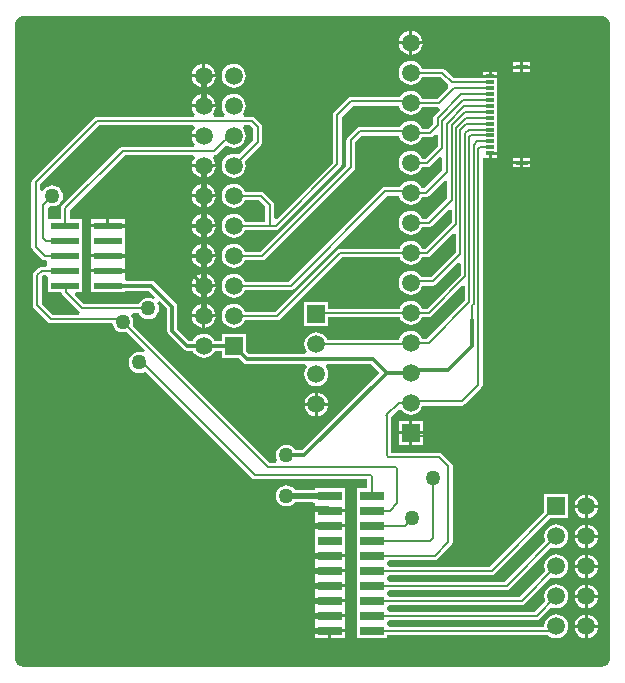
<source format=gtl>
G04*
G04 #@! TF.GenerationSoftware,Altium Limited,Altium Designer,19.0.10 (269)*
G04*
G04 Layer_Physical_Order=1*
G04 Layer_Color=255*
%FSLAX25Y25*%
%MOIN*%
G70*
G01*
G75*
%ADD14C,0.00800*%
%ADD15R,0.08071X0.02992*%
%ADD16R,0.09449X0.02362*%
%ADD17R,0.02756X0.01181*%
%ADD18R,0.03937X0.01181*%
%ADD25C,0.01200*%
%ADD26C,0.02000*%
%ADD27C,0.05906*%
%ADD28R,0.05906X0.05906*%
%ADD29C,0.05000*%
G36*
X693364Y495347D02*
X693902Y495124D01*
X694387Y494800D01*
X694800Y494387D01*
X695124Y493902D01*
X695347Y493364D01*
X695461Y492792D01*
Y492500D01*
Y281500D01*
Y281208D01*
X695347Y280636D01*
X695124Y280098D01*
X694800Y279613D01*
X694387Y279200D01*
X693902Y278876D01*
X693364Y278653D01*
X692792Y278539D01*
X499708D01*
X499136Y278653D01*
X498597Y278876D01*
X498113Y279200D01*
X497700Y279613D01*
X497376Y280098D01*
X497153Y280636D01*
X497039Y281208D01*
Y281500D01*
Y492500D01*
Y492792D01*
X497153Y493364D01*
X497376Y493902D01*
X497700Y494387D01*
X498113Y494800D01*
X498597Y495124D01*
X499136Y495347D01*
X499708Y495461D01*
X692792D01*
X693364Y495347D01*
D02*
G37*
%LPC*%
G36*
X629500Y490421D02*
Y487000D01*
X632921D01*
X632851Y487532D01*
X632453Y488493D01*
X631819Y489319D01*
X630993Y489953D01*
X630032Y490351D01*
X629500Y490421D01*
D02*
G37*
G36*
X628500D02*
X627968Y490351D01*
X627007Y489953D01*
X626181Y489319D01*
X625547Y488493D01*
X625149Y487532D01*
X625079Y487000D01*
X628500D01*
Y490421D01*
D02*
G37*
G36*
X632921Y486000D02*
X629500D01*
Y482579D01*
X630032Y482649D01*
X630993Y483047D01*
X631819Y483681D01*
X632453Y484507D01*
X632851Y485468D01*
X632921Y486000D01*
D02*
G37*
G36*
X628500D02*
X625079D01*
X625149Y485468D01*
X625547Y484507D01*
X626181Y483681D01*
X627007Y483047D01*
X627968Y482649D01*
X628500Y482579D01*
Y486000D01*
D02*
G37*
G36*
X668902Y480012D02*
X666433D01*
Y478921D01*
X668902D01*
Y480012D01*
D02*
G37*
G36*
X665433D02*
X662965D01*
Y478921D01*
X665433D01*
Y480012D01*
D02*
G37*
G36*
X668902Y477921D02*
X666433D01*
Y476831D01*
X668902D01*
Y477921D01*
D02*
G37*
G36*
X665433D02*
X662965D01*
Y476831D01*
X665433D01*
Y477921D01*
D02*
G37*
G36*
X560500Y479421D02*
Y476000D01*
X563921D01*
X563851Y476532D01*
X563453Y477493D01*
X562819Y478319D01*
X561993Y478953D01*
X561032Y479351D01*
X560500Y479421D01*
D02*
G37*
G36*
X559500D02*
X558968Y479351D01*
X558007Y478953D01*
X557181Y478319D01*
X556547Y477493D01*
X556149Y476532D01*
X556079Y476000D01*
X559500D01*
Y479421D01*
D02*
G37*
G36*
X657878Y476902D02*
X656000D01*
Y475811D01*
X657878D01*
Y476902D01*
D02*
G37*
G36*
X655000D02*
X653122D01*
Y475811D01*
X655000D01*
Y476902D01*
D02*
G37*
G36*
X563921Y475000D02*
X560500D01*
Y471579D01*
X561032Y471649D01*
X561993Y472047D01*
X562819Y472681D01*
X563453Y473507D01*
X563851Y474468D01*
X563921Y475000D01*
D02*
G37*
G36*
X559500D02*
X556079D01*
X556149Y474468D01*
X556547Y473507D01*
X557181Y472681D01*
X558007Y472047D01*
X558968Y471649D01*
X559500Y471579D01*
Y475000D01*
D02*
G37*
G36*
X570000Y479487D02*
X568968Y479351D01*
X568007Y478953D01*
X567181Y478319D01*
X566547Y477493D01*
X566149Y476532D01*
X566013Y475500D01*
X566149Y474468D01*
X566547Y473507D01*
X567181Y472681D01*
X568007Y472047D01*
X568968Y471649D01*
X570000Y471513D01*
X571032Y471649D01*
X571993Y472047D01*
X572819Y472681D01*
X573453Y473507D01*
X573851Y474468D01*
X573987Y475500D01*
X573851Y476532D01*
X573453Y477493D01*
X572819Y478319D01*
X571993Y478953D01*
X571032Y479351D01*
X570000Y479487D01*
D02*
G37*
G36*
X629000Y480487D02*
X627968Y480351D01*
X627007Y479953D01*
X626181Y479319D01*
X625547Y478493D01*
X625149Y477532D01*
X625013Y476500D01*
X625149Y475468D01*
X625547Y474507D01*
X626181Y473681D01*
X627007Y473047D01*
X627968Y472649D01*
X629000Y472513D01*
X630032Y472649D01*
X630993Y473047D01*
X631819Y473681D01*
X632453Y474507D01*
X632687Y475073D01*
X638909D01*
X641274Y472707D01*
X641412Y471431D01*
X637909Y467927D01*
X632687D01*
X632453Y468493D01*
X631819Y469319D01*
X630993Y469953D01*
X630032Y470351D01*
X629000Y470487D01*
X627968Y470351D01*
X627007Y469953D01*
X626181Y469319D01*
X625547Y468493D01*
X625520Y468427D01*
X609000D01*
X609000Y468427D01*
X608454Y468319D01*
X607991Y468009D01*
X607991Y468009D01*
X603491Y463509D01*
X603181Y463046D01*
X603073Y462500D01*
X603073Y462500D01*
Y446591D01*
X584351Y427870D01*
X583427Y428253D01*
Y432500D01*
X583427Y432500D01*
X583319Y433046D01*
X583009Y433509D01*
X583009Y433509D01*
X580009Y436509D01*
X579546Y436819D01*
X579000Y436927D01*
X579000Y436927D01*
X573687D01*
X573453Y437493D01*
X572819Y438319D01*
X571993Y438953D01*
X571032Y439351D01*
X570000Y439487D01*
X568968Y439351D01*
X568007Y438953D01*
X567181Y438319D01*
X566547Y437493D01*
X566149Y436532D01*
X566013Y435500D01*
X566149Y434468D01*
X566547Y433507D01*
X567181Y432681D01*
X568007Y432047D01*
X568968Y431649D01*
X570000Y431513D01*
X571032Y431649D01*
X571993Y432047D01*
X572819Y432681D01*
X573453Y433507D01*
X573687Y434073D01*
X578409D01*
X580573Y431909D01*
Y426927D01*
X573687D01*
X573453Y427493D01*
X572819Y428319D01*
X571993Y428953D01*
X571032Y429351D01*
X570000Y429487D01*
X568968Y429351D01*
X568007Y428953D01*
X567181Y428319D01*
X566547Y427493D01*
X566149Y426532D01*
X566013Y425500D01*
X566149Y424468D01*
X566547Y423507D01*
X567181Y422681D01*
X568007Y422047D01*
X568968Y421649D01*
X570000Y421513D01*
X571032Y421649D01*
X571993Y422047D01*
X572819Y422681D01*
X573453Y423507D01*
X573687Y424073D01*
X584000D01*
X584000Y424073D01*
X584546Y424181D01*
X585009Y424491D01*
X605509Y444991D01*
X605509Y444991D01*
X605819Y445454D01*
X605927Y446000D01*
X605927Y446000D01*
Y461909D01*
X609591Y465573D01*
X625135D01*
X625149Y465468D01*
X625547Y464507D01*
X626181Y463681D01*
X627007Y463047D01*
X627968Y462649D01*
X629000Y462513D01*
X630032Y462649D01*
X630993Y463047D01*
X631819Y463681D01*
X632453Y464507D01*
X632687Y465073D01*
X638140D01*
X638592Y464111D01*
X636991Y462509D01*
X636681Y462046D01*
X636573Y461500D01*
X636573Y461500D01*
Y459591D01*
X634909Y457927D01*
X632687D01*
X632453Y458493D01*
X631819Y459319D01*
X630993Y459953D01*
X630032Y460351D01*
X629000Y460487D01*
X627968Y460351D01*
X627007Y459953D01*
X626181Y459319D01*
X625547Y458493D01*
X625520Y458427D01*
X612000D01*
X612000Y458427D01*
X611454Y458319D01*
X610991Y458009D01*
X610991Y458009D01*
X607991Y455009D01*
X607681Y454546D01*
X607573Y454000D01*
X607573Y454000D01*
Y445591D01*
X578909Y416927D01*
X573687D01*
X573453Y417493D01*
X572819Y418319D01*
X571993Y418953D01*
X571032Y419351D01*
X570000Y419487D01*
X568968Y419351D01*
X568007Y418953D01*
X567181Y418319D01*
X566547Y417493D01*
X566149Y416532D01*
X566013Y415500D01*
X566149Y414468D01*
X566547Y413507D01*
X567181Y412681D01*
X568007Y412047D01*
X568968Y411649D01*
X570000Y411513D01*
X571032Y411649D01*
X571993Y412047D01*
X572819Y412681D01*
X573453Y413507D01*
X573687Y414073D01*
X579500D01*
X579500Y414073D01*
X580046Y414181D01*
X580509Y414491D01*
X610009Y443991D01*
X610319Y444454D01*
X610427Y445000D01*
X610427Y445000D01*
Y453409D01*
X612591Y455573D01*
X625135D01*
X625149Y455468D01*
X625547Y454507D01*
X626181Y453681D01*
X627007Y453047D01*
X627968Y452649D01*
X629000Y452513D01*
X630032Y452649D01*
X630993Y453047D01*
X631819Y453681D01*
X632453Y454507D01*
X632687Y455073D01*
X635500D01*
X635500Y455073D01*
X636046Y455181D01*
X636509Y455491D01*
X637149Y456130D01*
X638073Y455747D01*
Y452091D01*
X633909Y447927D01*
X632687D01*
X632453Y448493D01*
X631819Y449319D01*
X630993Y449953D01*
X630032Y450351D01*
X629000Y450487D01*
X627968Y450351D01*
X627007Y449953D01*
X626181Y449319D01*
X625547Y448493D01*
X625149Y447532D01*
X625013Y446500D01*
X625149Y445468D01*
X625547Y444507D01*
X626181Y443681D01*
X627007Y443047D01*
X627968Y442649D01*
X629000Y442513D01*
X630032Y442649D01*
X630993Y443047D01*
X631819Y443681D01*
X632453Y444507D01*
X632687Y445073D01*
X634500D01*
X634500Y445073D01*
X635046Y445181D01*
X635509Y445491D01*
X638649Y448630D01*
X639573Y448247D01*
Y444091D01*
X633611Y438130D01*
X632548Y438264D01*
X632453Y438493D01*
X631819Y439319D01*
X630993Y439953D01*
X630032Y440351D01*
X629000Y440487D01*
X627968Y440351D01*
X627007Y439953D01*
X626181Y439319D01*
X625547Y438493D01*
X625520Y438427D01*
X620500D01*
X620500Y438427D01*
X619954Y438319D01*
X619491Y438009D01*
X619491Y438009D01*
X588409Y406927D01*
X573687D01*
X573453Y407493D01*
X572819Y408319D01*
X571993Y408953D01*
X571032Y409351D01*
X570000Y409487D01*
X568968Y409351D01*
X568007Y408953D01*
X567181Y408319D01*
X566547Y407493D01*
X566149Y406532D01*
X566013Y405500D01*
X566149Y404468D01*
X566547Y403507D01*
X567181Y402681D01*
X568007Y402047D01*
X568968Y401649D01*
X570000Y401513D01*
X571032Y401649D01*
X571993Y402047D01*
X572819Y402681D01*
X573453Y403507D01*
X573687Y404073D01*
X589000D01*
X589000Y404073D01*
X589546Y404181D01*
X590009Y404491D01*
X621091Y435573D01*
X625135D01*
X625149Y435468D01*
X625547Y434507D01*
X626181Y433681D01*
X627007Y433047D01*
X627968Y432649D01*
X629000Y432513D01*
X630032Y432649D01*
X630993Y433047D01*
X631819Y433681D01*
X632453Y434507D01*
X632687Y435073D01*
X634000D01*
X634000Y435073D01*
X634546Y435181D01*
X635009Y435491D01*
X640306Y440788D01*
X641230Y440405D01*
Y434749D01*
X634409Y427927D01*
X632687D01*
X632453Y428493D01*
X631819Y429319D01*
X630993Y429953D01*
X630032Y430351D01*
X629000Y430487D01*
X627968Y430351D01*
X627007Y429953D01*
X626181Y429319D01*
X625547Y428493D01*
X625149Y427532D01*
X625013Y426500D01*
X625149Y425468D01*
X625547Y424507D01*
X626181Y423681D01*
X627007Y423047D01*
X627968Y422649D01*
X629000Y422513D01*
X630032Y422649D01*
X630993Y423047D01*
X631819Y423681D01*
X632453Y424507D01*
X632687Y425073D01*
X635000D01*
X635000Y425073D01*
X635546Y425181D01*
X636009Y425491D01*
X641706Y431187D01*
X642630Y430805D01*
Y426649D01*
X633909Y417927D01*
X632687D01*
X632453Y418493D01*
X631819Y419319D01*
X630993Y419953D01*
X630032Y420351D01*
X629000Y420487D01*
X627968Y420351D01*
X627007Y419953D01*
X626181Y419319D01*
X625547Y418493D01*
X625313Y417927D01*
X605500D01*
X604954Y417819D01*
X604491Y417509D01*
X604491Y417509D01*
X583909Y396927D01*
X573687D01*
X573453Y397493D01*
X572819Y398319D01*
X571993Y398953D01*
X571032Y399351D01*
X570000Y399487D01*
X568968Y399351D01*
X568007Y398953D01*
X567181Y398319D01*
X566547Y397493D01*
X566149Y396532D01*
X566013Y395500D01*
X566149Y394468D01*
X566547Y393507D01*
X567181Y392681D01*
X568007Y392047D01*
X568968Y391649D01*
X570000Y391513D01*
X571032Y391649D01*
X571993Y392047D01*
X572819Y392681D01*
X573453Y393507D01*
X573687Y394073D01*
X584500D01*
X584500Y394073D01*
X585046Y394181D01*
X585509Y394491D01*
X606091Y415073D01*
X625313D01*
X625547Y414507D01*
X626181Y413681D01*
X627007Y413047D01*
X627968Y412649D01*
X629000Y412513D01*
X630032Y412649D01*
X630993Y413047D01*
X631819Y413681D01*
X632453Y414507D01*
X632687Y415073D01*
X634500D01*
X634500Y415073D01*
X635046Y415181D01*
X635509Y415491D01*
X643186Y423167D01*
X644110Y422785D01*
Y416629D01*
X635909Y408427D01*
X632480D01*
X632453Y408493D01*
X631819Y409319D01*
X630993Y409953D01*
X630032Y410351D01*
X629000Y410487D01*
X627968Y410351D01*
X627007Y409953D01*
X626181Y409319D01*
X625547Y408493D01*
X625149Y407532D01*
X625013Y406500D01*
X625149Y405468D01*
X625547Y404507D01*
X626181Y403681D01*
X627007Y403047D01*
X627968Y402649D01*
X629000Y402513D01*
X630032Y402649D01*
X630993Y403047D01*
X631819Y403681D01*
X632453Y404507D01*
X632851Y405468D01*
X632865Y405573D01*
X636500D01*
X636500Y405573D01*
X637046Y405681D01*
X637509Y405991D01*
X644806Y413287D01*
X645730Y412905D01*
Y409249D01*
X634409Y397927D01*
X632687D01*
X632453Y398493D01*
X631819Y399319D01*
X630993Y399953D01*
X630032Y400351D01*
X629000Y400487D01*
X627968Y400351D01*
X627007Y399953D01*
X626181Y399319D01*
X625547Y398493D01*
X625313Y397927D01*
X601453D01*
Y399953D01*
X593547D01*
Y392047D01*
X601453D01*
Y395073D01*
X625313D01*
X625547Y394507D01*
X626181Y393681D01*
X627007Y393047D01*
X627968Y392649D01*
X629000Y392513D01*
X630032Y392649D01*
X630993Y393047D01*
X631819Y393681D01*
X632453Y394507D01*
X632687Y395073D01*
X635000D01*
X635000Y395073D01*
X635546Y395181D01*
X636009Y395491D01*
X646206Y405688D01*
X647130Y405305D01*
Y400649D01*
X634409Y387927D01*
X632687D01*
X632453Y388493D01*
X631819Y389319D01*
X630993Y389953D01*
X630032Y390351D01*
X629000Y390487D01*
X627968Y390351D01*
X627007Y389953D01*
X626181Y389319D01*
X625547Y388493D01*
X625149Y387532D01*
X625135Y387427D01*
X601187D01*
X600953Y387993D01*
X600319Y388819D01*
X599493Y389453D01*
X598532Y389851D01*
X597500Y389987D01*
X596468Y389851D01*
X595507Y389453D01*
X594681Y388819D01*
X594047Y387993D01*
X593649Y387032D01*
X593513Y386000D01*
X593649Y384968D01*
X594047Y384007D01*
X594335Y383631D01*
X593842Y382631D01*
X575176D01*
X573953Y383854D01*
Y389453D01*
X566047D01*
Y387131D01*
X563603D01*
X563453Y387493D01*
X562819Y388319D01*
X561993Y388953D01*
X561032Y389351D01*
X560000Y389487D01*
X558968Y389351D01*
X558007Y388953D01*
X557181Y388319D01*
X556547Y387493D01*
X556397Y387131D01*
X555176D01*
X551131Y391176D01*
Y398500D01*
X551007Y399124D01*
X550654Y399654D01*
X543653Y406653D01*
X543124Y407007D01*
X542500Y407131D01*
X534432D01*
X533724Y407838D01*
Y408319D01*
X533724Y408681D01*
Y410000D01*
X528000D01*
X522276D01*
Y408681D01*
X522276Y407681D01*
X522276Y407319D01*
Y403319D01*
X533724D01*
Y403869D01*
X541824D01*
X543831Y401862D01*
X543265Y401057D01*
X542414Y401410D01*
X541500Y401530D01*
X540586Y401410D01*
X539735Y401057D01*
X539004Y400496D01*
X538443Y399765D01*
X538303Y399427D01*
X520091D01*
X517124Y402395D01*
X517506Y403319D01*
X519551D01*
Y407681D01*
X519551D01*
Y408319D01*
X519551D01*
Y412319D01*
X519551Y413319D01*
X519551Y413681D01*
Y417681D01*
X519551D01*
Y418319D01*
X519551D01*
Y422681D01*
X519551D01*
Y423319D01*
X519551D01*
Y427681D01*
X515254D01*
Y430735D01*
X533591Y449073D01*
X556549D01*
X556703Y448889D01*
X556992Y448073D01*
X556547Y447493D01*
X556149Y446532D01*
X556079Y446000D01*
X560000D01*
X563921D01*
X563851Y446532D01*
X563453Y447493D01*
X563008Y448073D01*
X563297Y448889D01*
X563451Y449073D01*
X563500D01*
X563500Y449073D01*
X564046Y449181D01*
X564509Y449491D01*
X567474Y452456D01*
X568007Y452047D01*
X568968Y451649D01*
X570000Y451513D01*
X571032Y451649D01*
X571993Y452047D01*
X572819Y452681D01*
X573453Y453507D01*
X573851Y454468D01*
X573987Y455500D01*
X573851Y456532D01*
X573453Y457493D01*
X573008Y458073D01*
X573297Y458889D01*
X573451Y459073D01*
X575409D01*
X576573Y457909D01*
Y454091D01*
X571598Y449117D01*
X571032Y449351D01*
X570000Y449487D01*
X568968Y449351D01*
X568007Y448953D01*
X567181Y448319D01*
X566547Y447493D01*
X566149Y446532D01*
X566013Y445500D01*
X566149Y444468D01*
X566547Y443507D01*
X567181Y442681D01*
X568007Y442047D01*
X568968Y441649D01*
X570000Y441513D01*
X571032Y441649D01*
X571993Y442047D01*
X572819Y442681D01*
X573453Y443507D01*
X573851Y444468D01*
X573987Y445500D01*
X573851Y446532D01*
X573617Y447098D01*
X579009Y452491D01*
X579009Y452491D01*
X579319Y452954D01*
X579427Y453500D01*
X579427Y453500D01*
Y458500D01*
X579427Y458500D01*
X579319Y459046D01*
X579009Y459509D01*
X579009Y459509D01*
X577009Y461509D01*
X576546Y461819D01*
X576000Y461927D01*
X576000Y461927D01*
X573451D01*
X573297Y462111D01*
X573008Y462927D01*
X573453Y463507D01*
X573851Y464468D01*
X573987Y465500D01*
X573851Y466532D01*
X573453Y467493D01*
X572819Y468319D01*
X571993Y468953D01*
X571032Y469351D01*
X570000Y469487D01*
X568968Y469351D01*
X568007Y468953D01*
X567181Y468319D01*
X566547Y467493D01*
X566149Y466532D01*
X566013Y465500D01*
X566149Y464468D01*
X566547Y463507D01*
X566992Y462927D01*
X566703Y462111D01*
X566549Y461927D01*
X563451D01*
X563297Y462111D01*
X563008Y462927D01*
X563453Y463507D01*
X563851Y464468D01*
X563921Y465000D01*
X560000D01*
X556079D01*
X556149Y464468D01*
X556547Y463507D01*
X556992Y462927D01*
X556703Y462111D01*
X556549Y461927D01*
X524500D01*
X524500Y461927D01*
X523954Y461819D01*
X523491Y461509D01*
X523491Y461509D01*
X502991Y441009D01*
X502681Y440546D01*
X502573Y440000D01*
X502573Y440000D01*
Y418500D01*
X502573Y418500D01*
X502681Y417954D01*
X502991Y417491D01*
X505991Y414491D01*
X505991Y414491D01*
X506454Y414181D01*
X507000Y414073D01*
X507000Y414073D01*
X507395D01*
X507884Y413584D01*
X507862Y412465D01*
X507265Y411927D01*
X506000D01*
X506000Y411927D01*
X505454Y411819D01*
X504991Y411509D01*
X503491Y410009D01*
X503181Y409546D01*
X503073Y409000D01*
X503073Y409000D01*
Y399000D01*
X503073Y399000D01*
X503181Y398454D01*
X503491Y397991D01*
X507991Y393491D01*
X507991Y393491D01*
X508454Y393181D01*
X509000Y393073D01*
X509000Y393073D01*
X529526D01*
X529590Y392586D01*
X529943Y391735D01*
X530504Y391004D01*
X531235Y390443D01*
X532086Y390090D01*
X533000Y389970D01*
X533914Y390090D01*
X534251Y390230D01*
X540396Y384085D01*
X539829Y383238D01*
X539414Y383410D01*
X538500Y383530D01*
X537586Y383410D01*
X536735Y383057D01*
X536004Y382496D01*
X535443Y381765D01*
X535090Y380914D01*
X534970Y380000D01*
X535090Y379086D01*
X535443Y378235D01*
X536004Y377504D01*
X536735Y376943D01*
X537586Y376590D01*
X538500Y376470D01*
X539414Y376590D01*
X540265Y376943D01*
X540420Y377062D01*
X575991Y341491D01*
X575991Y341491D01*
X576454Y341181D01*
X577000Y341073D01*
X577000Y341073D01*
X614549D01*
Y337996D01*
X610941D01*
Y333004D01*
X610941D01*
Y332996D01*
X610941D01*
Y328996D01*
X610941Y328004D01*
X610941Y327004D01*
Y323996D01*
X610941Y323004D01*
X610941Y322004D01*
Y318996D01*
X610941Y318004D01*
X610941Y317004D01*
Y313996D01*
X610941Y313004D01*
X610941Y312004D01*
Y308996D01*
X610941Y308004D01*
X610941Y307004D01*
Y303996D01*
X610941Y303004D01*
X610941Y302004D01*
Y298996D01*
X610941Y298004D01*
X610941Y297004D01*
Y293996D01*
X610941Y293004D01*
X610941Y292004D01*
Y288004D01*
X621012D01*
Y289073D01*
X674618D01*
X674618Y289073D01*
X674780Y289105D01*
X675507Y288547D01*
X676468Y288149D01*
X677500Y288013D01*
X678532Y288149D01*
X679493Y288547D01*
X680319Y289181D01*
X680953Y290007D01*
X681351Y290968D01*
X681487Y292000D01*
X681351Y293032D01*
X680953Y293993D01*
X680319Y294819D01*
X679493Y295453D01*
X678532Y295851D01*
X677500Y295987D01*
X676468Y295851D01*
X675507Y295453D01*
X674681Y294819D01*
X674047Y293993D01*
X673649Y293032D01*
X673513Y292000D01*
X673450Y291927D01*
X621719D01*
X621012Y292635D01*
Y293366D01*
X621719Y294073D01*
X671000D01*
X671000Y294073D01*
X671546Y294181D01*
X672009Y294491D01*
X675902Y298383D01*
X676468Y298149D01*
X677500Y298013D01*
X678532Y298149D01*
X679493Y298547D01*
X680319Y299181D01*
X680953Y300007D01*
X681351Y300968D01*
X681487Y302000D01*
X681351Y303032D01*
X680953Y303993D01*
X680319Y304819D01*
X679493Y305453D01*
X678532Y305851D01*
X677500Y305987D01*
X676468Y305851D01*
X675507Y305453D01*
X674681Y304819D01*
X674047Y303993D01*
X673649Y303032D01*
X673513Y302000D01*
X673649Y300968D01*
X673883Y300402D01*
X670409Y296927D01*
X621719D01*
X621012Y297635D01*
Y298365D01*
X621719Y299073D01*
X666000D01*
X666000Y299073D01*
X666546Y299181D01*
X667009Y299491D01*
X675902Y308383D01*
X676468Y308149D01*
X677500Y308013D01*
X678532Y308149D01*
X679493Y308547D01*
X680319Y309181D01*
X680953Y310007D01*
X681351Y310968D01*
X681487Y312000D01*
X681351Y313032D01*
X680953Y313993D01*
X680319Y314819D01*
X679493Y315453D01*
X678532Y315851D01*
X677500Y315987D01*
X676468Y315851D01*
X675507Y315453D01*
X674681Y314819D01*
X674047Y313993D01*
X673649Y313032D01*
X673513Y312000D01*
X673649Y310968D01*
X673883Y310402D01*
X665409Y301927D01*
X621719D01*
X621012Y302635D01*
Y303365D01*
X621719Y304073D01*
X661000D01*
X661000Y304073D01*
X661546Y304181D01*
X662009Y304491D01*
X675902Y318383D01*
X676468Y318149D01*
X677500Y318013D01*
X678532Y318149D01*
X679493Y318547D01*
X680319Y319181D01*
X680953Y320007D01*
X681351Y320968D01*
X681487Y322000D01*
X681351Y323032D01*
X680953Y323993D01*
X680319Y324819D01*
X679493Y325453D01*
X678532Y325851D01*
X677500Y325987D01*
X676468Y325851D01*
X675507Y325453D01*
X674681Y324819D01*
X674047Y323993D01*
X673649Y323032D01*
X673513Y322000D01*
X673649Y320968D01*
X673883Y320402D01*
X660409Y306927D01*
X621719D01*
X621012Y307634D01*
Y308366D01*
X621719Y309073D01*
X656000D01*
X656000Y309073D01*
X656546Y309181D01*
X657009Y309491D01*
X675566Y328047D01*
X681453D01*
Y335953D01*
X673547D01*
Y330066D01*
X655409Y311927D01*
X621719D01*
X621012Y312634D01*
Y313366D01*
X621719Y314073D01*
X637000D01*
X637000Y314073D01*
X637546Y314181D01*
X638009Y314491D01*
X642509Y318991D01*
X642509Y318991D01*
X642819Y319454D01*
X642927Y320000D01*
X642927Y320000D01*
Y345500D01*
X642927Y345500D01*
X642819Y346046D01*
X642509Y346509D01*
X642509Y346509D01*
X639509Y349509D01*
X639046Y349819D01*
X638500Y349927D01*
X638500Y349927D01*
X622427D01*
Y361909D01*
X624683Y364164D01*
X625935Y364002D01*
X626181Y363681D01*
X627007Y363047D01*
X627968Y362649D01*
X629000Y362513D01*
X630032Y362649D01*
X630993Y363047D01*
X631819Y363681D01*
X632453Y364507D01*
X632851Y365468D01*
X632865Y365573D01*
X646000D01*
X646000Y365573D01*
X646546Y365681D01*
X647009Y365991D01*
X652509Y371491D01*
X652509Y371491D01*
X652819Y371954D01*
X652927Y372500D01*
Y447211D01*
X653122Y448130D01*
X655000D01*
Y449720D01*
X655500D01*
Y450098D01*
X657878D01*
Y450098D01*
Y454035D01*
Y457972D01*
Y461909D01*
Y465846D01*
Y469783D01*
Y473721D01*
Y474933D01*
X655500D01*
X653122D01*
Y474770D01*
X643249D01*
X640509Y477509D01*
X640046Y477819D01*
X639500Y477927D01*
X639500Y477927D01*
X632687D01*
X632453Y478493D01*
X631819Y479319D01*
X630993Y479953D01*
X630032Y480351D01*
X629000Y480487D01*
D02*
G37*
G36*
X560500Y469421D02*
Y466000D01*
X563921D01*
X563851Y466532D01*
X563453Y467493D01*
X562819Y468319D01*
X561993Y468953D01*
X561032Y469351D01*
X560500Y469421D01*
D02*
G37*
G36*
X559500D02*
X558968Y469351D01*
X558007Y468953D01*
X557181Y468319D01*
X556547Y467493D01*
X556149Y466532D01*
X556079Y466000D01*
X559500D01*
Y469421D01*
D02*
G37*
G36*
X657878Y449221D02*
X656000D01*
Y448130D01*
X657878D01*
Y449221D01*
D02*
G37*
G36*
X668902Y448201D02*
X666433D01*
Y447110D01*
X668902D01*
Y448201D01*
D02*
G37*
G36*
X665433D02*
X662965D01*
Y447110D01*
X665433D01*
Y448201D01*
D02*
G37*
G36*
X668902Y446110D02*
X666433D01*
Y445020D01*
X668902D01*
Y446110D01*
D02*
G37*
G36*
X665433D02*
X662965D01*
Y445020D01*
X665433D01*
Y446110D01*
D02*
G37*
G36*
X563921Y445000D02*
X560500D01*
Y441579D01*
X561032Y441649D01*
X561993Y442047D01*
X562819Y442681D01*
X563453Y443507D01*
X563851Y444468D01*
X563921Y445000D01*
D02*
G37*
G36*
X559500D02*
X556079D01*
X556149Y444468D01*
X556547Y443507D01*
X557181Y442681D01*
X558007Y442047D01*
X558968Y441649D01*
X559500Y441579D01*
Y445000D01*
D02*
G37*
G36*
X560500Y439421D02*
Y436000D01*
X563921D01*
X563851Y436532D01*
X563453Y437493D01*
X562819Y438319D01*
X561993Y438953D01*
X561032Y439351D01*
X560500Y439421D01*
D02*
G37*
G36*
X559500D02*
X558968Y439351D01*
X558007Y438953D01*
X557181Y438319D01*
X556547Y437493D01*
X556149Y436532D01*
X556079Y436000D01*
X559500D01*
Y439421D01*
D02*
G37*
G36*
X563921Y435000D02*
X560500D01*
Y431579D01*
X561032Y431649D01*
X561993Y432047D01*
X562819Y432681D01*
X563453Y433507D01*
X563851Y434468D01*
X563921Y435000D01*
D02*
G37*
G36*
X559500D02*
X556079D01*
X556149Y434468D01*
X556547Y433507D01*
X557181Y432681D01*
X558007Y432047D01*
X558968Y431649D01*
X559500Y431579D01*
Y435000D01*
D02*
G37*
G36*
X533724Y427681D02*
X528500D01*
Y426000D01*
X533724D01*
Y427681D01*
D02*
G37*
G36*
X560500Y429421D02*
Y426000D01*
X563921D01*
X563851Y426532D01*
X563453Y427493D01*
X562819Y428319D01*
X561993Y428953D01*
X561032Y429351D01*
X560500Y429421D01*
D02*
G37*
G36*
X559500D02*
X558968Y429351D01*
X558007Y428953D01*
X557181Y428319D01*
X556547Y427493D01*
X556149Y426532D01*
X556079Y426000D01*
X559500D01*
Y429421D01*
D02*
G37*
G36*
X527500Y427681D02*
X522276D01*
Y426000D01*
X527500D01*
Y427681D01*
D02*
G37*
G36*
X563921Y425000D02*
X560500D01*
Y421579D01*
X561032Y421649D01*
X561993Y422047D01*
X562819Y422681D01*
X563453Y423507D01*
X563851Y424468D01*
X563921Y425000D01*
D02*
G37*
G36*
X559500D02*
X556079D01*
X556149Y424468D01*
X556547Y423507D01*
X557181Y422681D01*
X558007Y422047D01*
X558968Y421649D01*
X559500Y421579D01*
Y425000D01*
D02*
G37*
G36*
X560500Y419421D02*
Y416000D01*
X563921D01*
X563851Y416532D01*
X563453Y417493D01*
X562819Y418319D01*
X561993Y418953D01*
X561032Y419351D01*
X560500Y419421D01*
D02*
G37*
G36*
X559500D02*
X558968Y419351D01*
X558007Y418953D01*
X557181Y418319D01*
X556547Y417493D01*
X556149Y416532D01*
X556079Y416000D01*
X559500D01*
Y419421D01*
D02*
G37*
G36*
X533724Y425000D02*
X528000D01*
X522276D01*
Y423681D01*
X522276Y422681D01*
X522276Y422319D01*
Y418681D01*
X522276Y417681D01*
X522276Y417319D01*
Y416000D01*
X528000D01*
X533724D01*
Y417319D01*
X533724Y418319D01*
X533724Y418681D01*
Y422319D01*
X533724Y423319D01*
X533724Y423681D01*
Y425000D01*
D02*
G37*
G36*
X563921Y415000D02*
X560500D01*
Y411579D01*
X561032Y411649D01*
X561993Y412047D01*
X562819Y412681D01*
X563453Y413507D01*
X563851Y414468D01*
X563921Y415000D01*
D02*
G37*
G36*
X559500D02*
X556079D01*
X556149Y414468D01*
X556547Y413507D01*
X557181Y412681D01*
X558007Y412047D01*
X558968Y411649D01*
X559500Y411579D01*
Y415000D01*
D02*
G37*
G36*
X533724D02*
X528000D01*
X522276D01*
Y413681D01*
X522276Y412681D01*
X522276Y412319D01*
Y411000D01*
X528000D01*
X533724D01*
Y412319D01*
X533724Y413319D01*
X533724Y413681D01*
Y415000D01*
D02*
G37*
G36*
X560500Y409421D02*
Y406000D01*
X563921D01*
X563851Y406532D01*
X563453Y407493D01*
X562819Y408319D01*
X561993Y408953D01*
X561032Y409351D01*
X560500Y409421D01*
D02*
G37*
G36*
X559500D02*
X558968Y409351D01*
X558007Y408953D01*
X557181Y408319D01*
X556547Y407493D01*
X556149Y406532D01*
X556079Y406000D01*
X559500D01*
Y409421D01*
D02*
G37*
G36*
X563921Y405000D02*
X560500D01*
Y401579D01*
X561032Y401649D01*
X561993Y402047D01*
X562819Y402681D01*
X563453Y403507D01*
X563851Y404468D01*
X563921Y405000D01*
D02*
G37*
G36*
X559500D02*
X556079D01*
X556149Y404468D01*
X556547Y403507D01*
X557181Y402681D01*
X558007Y402047D01*
X558968Y401649D01*
X559500Y401579D01*
Y405000D01*
D02*
G37*
G36*
X560500Y399421D02*
Y396000D01*
X563921D01*
X563851Y396532D01*
X563453Y397493D01*
X562819Y398319D01*
X561993Y398953D01*
X561032Y399351D01*
X560500Y399421D01*
D02*
G37*
G36*
X559500D02*
X558968Y399351D01*
X558007Y398953D01*
X557181Y398319D01*
X556547Y397493D01*
X556149Y396532D01*
X556079Y396000D01*
X559500D01*
Y399421D01*
D02*
G37*
G36*
X563921Y395000D02*
X560500D01*
Y391579D01*
X561032Y391649D01*
X561993Y392047D01*
X562819Y392681D01*
X563453Y393507D01*
X563851Y394468D01*
X563921Y395000D01*
D02*
G37*
G36*
X559500D02*
X556079D01*
X556149Y394468D01*
X556547Y393507D01*
X557181Y392681D01*
X558007Y392047D01*
X558968Y391649D01*
X559500Y391579D01*
Y395000D01*
D02*
G37*
G36*
X632953Y360453D02*
X629500D01*
Y357000D01*
X632953D01*
Y360453D01*
D02*
G37*
G36*
X628500D02*
X625047D01*
Y357000D01*
X628500D01*
Y360453D01*
D02*
G37*
G36*
X632953Y356000D02*
X629500D01*
Y352547D01*
X632953D01*
Y356000D01*
D02*
G37*
G36*
X628500D02*
X625047D01*
Y352547D01*
X628500D01*
Y356000D01*
D02*
G37*
G36*
X688000Y335921D02*
Y332500D01*
X691421D01*
X691351Y333032D01*
X690953Y333993D01*
X690319Y334819D01*
X689493Y335453D01*
X688532Y335851D01*
X688000Y335921D01*
D02*
G37*
G36*
X687000D02*
X686468Y335851D01*
X685507Y335453D01*
X684681Y334819D01*
X684047Y333993D01*
X683649Y333032D01*
X683579Y332500D01*
X687000D01*
Y335921D01*
D02*
G37*
G36*
X587500Y339030D02*
X586586Y338910D01*
X585735Y338557D01*
X585004Y337996D01*
X584443Y337265D01*
X584090Y336414D01*
X583970Y335500D01*
X584090Y334586D01*
X584443Y333735D01*
X585004Y333004D01*
X585735Y332443D01*
X586586Y332090D01*
X587500Y331970D01*
X588414Y332090D01*
X589265Y332443D01*
X589996Y333004D01*
X590347Y333461D01*
X596157D01*
X596965Y332996D01*
X596965Y332004D01*
Y331000D01*
X607035D01*
Y332004D01*
X607035Y332996D01*
X607035Y333996D01*
Y337996D01*
X596965D01*
Y337539D01*
X590347D01*
X589996Y337996D01*
X589265Y338557D01*
X588414Y338910D01*
X587500Y339030D01*
D02*
G37*
G36*
X691421Y331500D02*
X688000D01*
Y328079D01*
X688532Y328149D01*
X689493Y328547D01*
X690319Y329181D01*
X690953Y330007D01*
X691351Y330968D01*
X691421Y331500D01*
D02*
G37*
G36*
X687000D02*
X683579D01*
X683649Y330968D01*
X684047Y330007D01*
X684681Y329181D01*
X685507Y328547D01*
X686468Y328149D01*
X687000Y328079D01*
Y331500D01*
D02*
G37*
G36*
X607035Y330000D02*
X596965D01*
Y328996D01*
X596965Y328004D01*
X596965Y327004D01*
Y326000D01*
X607035D01*
Y327004D01*
X607035Y327996D01*
X607035Y328996D01*
Y330000D01*
D02*
G37*
G36*
X688000Y325921D02*
Y322500D01*
X691421D01*
X691351Y323032D01*
X690953Y323993D01*
X690319Y324819D01*
X689493Y325453D01*
X688532Y325851D01*
X688000Y325921D01*
D02*
G37*
G36*
X687000D02*
X686468Y325851D01*
X685507Y325453D01*
X684681Y324819D01*
X684047Y323993D01*
X683649Y323032D01*
X683579Y322500D01*
X687000D01*
Y325921D01*
D02*
G37*
G36*
X691421Y321500D02*
X688000D01*
Y318079D01*
X688532Y318149D01*
X689493Y318547D01*
X690319Y319181D01*
X690953Y320007D01*
X691351Y320968D01*
X691421Y321500D01*
D02*
G37*
G36*
X687000D02*
X683579D01*
X683649Y320968D01*
X684047Y320007D01*
X684681Y319181D01*
X685507Y318547D01*
X686468Y318149D01*
X687000Y318079D01*
Y321500D01*
D02*
G37*
G36*
X607035Y325000D02*
X596965D01*
Y323996D01*
X596965Y323004D01*
X596965Y322004D01*
Y318996D01*
X596965Y318004D01*
X596965Y317004D01*
Y316000D01*
X607035D01*
Y317004D01*
X607035Y317996D01*
X607035Y318996D01*
Y322004D01*
X607035Y322996D01*
X607035Y323996D01*
Y325000D01*
D02*
G37*
G36*
X688000Y315921D02*
Y312500D01*
X691421D01*
X691351Y313032D01*
X690953Y313993D01*
X690319Y314819D01*
X689493Y315453D01*
X688532Y315851D01*
X688000Y315921D01*
D02*
G37*
G36*
X687000D02*
X686468Y315851D01*
X685507Y315453D01*
X684681Y314819D01*
X684047Y313993D01*
X683649Y313032D01*
X683579Y312500D01*
X687000D01*
Y315921D01*
D02*
G37*
G36*
X607035Y315000D02*
X596965D01*
Y313996D01*
X596965Y313004D01*
X596965Y312004D01*
Y311000D01*
X607035D01*
Y312004D01*
X607035Y312996D01*
X607035Y313996D01*
Y315000D01*
D02*
G37*
G36*
X691421Y311500D02*
X688000D01*
Y308079D01*
X688532Y308149D01*
X689493Y308547D01*
X690319Y309181D01*
X690953Y310007D01*
X691351Y310968D01*
X691421Y311500D01*
D02*
G37*
G36*
X687000D02*
X683579D01*
X683649Y310968D01*
X684047Y310007D01*
X684681Y309181D01*
X685507Y308547D01*
X686468Y308149D01*
X687000Y308079D01*
Y311500D01*
D02*
G37*
G36*
X607035Y310000D02*
X596965D01*
Y308996D01*
X596965Y308004D01*
X596965Y307004D01*
Y306000D01*
X607035D01*
Y307004D01*
X607035Y307996D01*
X607035Y308996D01*
Y310000D01*
D02*
G37*
G36*
X688000Y305921D02*
Y302500D01*
X691421D01*
X691351Y303032D01*
X690953Y303993D01*
X690319Y304819D01*
X689493Y305453D01*
X688532Y305851D01*
X688000Y305921D01*
D02*
G37*
G36*
X687000D02*
X686468Y305851D01*
X685507Y305453D01*
X684681Y304819D01*
X684047Y303993D01*
X683649Y303032D01*
X683579Y302500D01*
X687000D01*
Y305921D01*
D02*
G37*
G36*
X607035Y305000D02*
X596965D01*
Y303996D01*
X596965Y303004D01*
X596965Y302004D01*
Y301000D01*
X607035D01*
Y302004D01*
X607035Y302996D01*
X607035Y303996D01*
Y305000D01*
D02*
G37*
G36*
X691421Y301500D02*
X688000D01*
Y298079D01*
X688532Y298149D01*
X689493Y298547D01*
X690319Y299181D01*
X690953Y300007D01*
X691351Y300968D01*
X691421Y301500D01*
D02*
G37*
G36*
X687000D02*
X683579D01*
X683649Y300968D01*
X684047Y300007D01*
X684681Y299181D01*
X685507Y298547D01*
X686468Y298149D01*
X687000Y298079D01*
Y301500D01*
D02*
G37*
G36*
X607035Y300000D02*
X596965D01*
Y298996D01*
X596965Y298004D01*
X596965Y297004D01*
Y296000D01*
X607035D01*
Y297004D01*
X607035Y297996D01*
X607035Y298996D01*
Y300000D01*
D02*
G37*
G36*
X688000Y295921D02*
Y292500D01*
X691421D01*
X691351Y293032D01*
X690953Y293993D01*
X690319Y294819D01*
X689493Y295453D01*
X688532Y295851D01*
X688000Y295921D01*
D02*
G37*
G36*
X687000D02*
X686468Y295851D01*
X685507Y295453D01*
X684681Y294819D01*
X684047Y293993D01*
X683649Y293032D01*
X683579Y292500D01*
X687000D01*
Y295921D01*
D02*
G37*
G36*
X607035Y295000D02*
X596965D01*
Y293996D01*
X596965Y293004D01*
X596965Y292004D01*
Y291000D01*
X607035D01*
Y292004D01*
X607035Y292996D01*
X607035Y293996D01*
Y295000D01*
D02*
G37*
G36*
X691421Y291500D02*
X688000D01*
Y288079D01*
X688532Y288149D01*
X689493Y288547D01*
X690319Y289181D01*
X690953Y290007D01*
X691351Y290968D01*
X691421Y291500D01*
D02*
G37*
G36*
X687000D02*
X683579D01*
X683649Y290968D01*
X684047Y290007D01*
X684681Y289181D01*
X685507Y288547D01*
X686468Y288149D01*
X687000Y288079D01*
Y291500D01*
D02*
G37*
G36*
X607035Y290000D02*
X602500D01*
Y288004D01*
X607035D01*
Y290000D01*
D02*
G37*
G36*
X601500D02*
X596965D01*
Y288004D01*
X601500D01*
Y290000D01*
D02*
G37*
%LPD*%
G36*
X556703Y458889D02*
X556992Y458073D01*
X556547Y457493D01*
X556149Y456532D01*
X556079Y456000D01*
X560000D01*
Y455000D01*
X556079D01*
X556149Y454468D01*
X556547Y453507D01*
X556992Y452927D01*
X556703Y452111D01*
X556549Y451927D01*
X533000D01*
X533000Y451927D01*
X532454Y451819D01*
X531991Y451509D01*
X531991Y451509D01*
X512817Y432336D01*
X512508Y431873D01*
X512399Y431327D01*
X512399Y431327D01*
Y427681D01*
X508102D01*
X507927Y428609D01*
Y431281D01*
X508156Y431562D01*
X508868Y432053D01*
X509500Y431970D01*
X510414Y432090D01*
X511265Y432443D01*
X511996Y433004D01*
X512557Y433735D01*
X512910Y434586D01*
X513030Y435500D01*
X512910Y436414D01*
X512557Y437265D01*
X511996Y437996D01*
X511265Y438557D01*
X510414Y438910D01*
X509500Y439030D01*
X508586Y438910D01*
X507735Y438557D01*
X507004Y437996D01*
X506443Y437265D01*
X506427Y437228D01*
X505427Y437427D01*
Y439409D01*
X525091Y459073D01*
X556549D01*
X556703Y458889D01*
D02*
G37*
G36*
X507562Y409003D02*
X508102Y408319D01*
Y407681D01*
X508102D01*
Y403319D01*
X512538D01*
X512594Y403041D01*
X512903Y402578D01*
X518491Y396991D01*
X518491Y396991D01*
X518585Y396927D01*
X518282Y395927D01*
X509591D01*
X505927Y399591D01*
Y408409D01*
X506557Y409038D01*
X507562Y409003D01*
D02*
G37*
G36*
X547869Y397824D02*
Y390500D01*
X547993Y389876D01*
X548347Y389347D01*
X553346Y384347D01*
X553876Y383993D01*
X554500Y383869D01*
X556397D01*
X556547Y383507D01*
X557181Y382681D01*
X558007Y382047D01*
X558968Y381649D01*
X560000Y381513D01*
X561032Y381649D01*
X561993Y382047D01*
X562819Y382681D01*
X563453Y383507D01*
X563603Y383869D01*
X566047D01*
Y381547D01*
X571646D01*
X573347Y379847D01*
X573876Y379493D01*
X574500Y379369D01*
X593842D01*
X594335Y378369D01*
X594047Y377993D01*
X593649Y377032D01*
X593513Y376000D01*
X593649Y374968D01*
X594047Y374007D01*
X594681Y373181D01*
X595507Y372547D01*
X596468Y372149D01*
X597500Y372013D01*
X598532Y372149D01*
X599493Y372547D01*
X600319Y373181D01*
X600953Y374007D01*
X601351Y374968D01*
X601487Y376000D01*
X601351Y377032D01*
X600953Y377993D01*
X600665Y378369D01*
X601158Y379369D01*
X615824D01*
X618693Y376500D01*
X592824Y350631D01*
X590613D01*
X590557Y350765D01*
X589996Y351496D01*
X589265Y352057D01*
X588414Y352410D01*
X587500Y352530D01*
X586586Y352410D01*
X585735Y352057D01*
X585004Y351496D01*
X584443Y350765D01*
X584090Y349914D01*
X583970Y349000D01*
X584090Y348086D01*
X584363Y347427D01*
X584102Y346806D01*
X583802Y346427D01*
X582091D01*
X536270Y392249D01*
X536410Y392586D01*
X536530Y393500D01*
X536410Y394414D01*
X536057Y395265D01*
X535821Y395573D01*
X536314Y396573D01*
X538303D01*
X538443Y396235D01*
X539004Y395504D01*
X539735Y394943D01*
X540586Y394590D01*
X541500Y394470D01*
X542414Y394590D01*
X543265Y394943D01*
X543996Y395504D01*
X544557Y396235D01*
X544910Y397086D01*
X545030Y398000D01*
X544910Y398914D01*
X544557Y399765D01*
X545362Y400331D01*
X547869Y397824D01*
D02*
G37*
%LPC*%
G36*
X598000Y369921D02*
Y366500D01*
X601421D01*
X601351Y367032D01*
X600953Y367993D01*
X600319Y368819D01*
X599493Y369453D01*
X598532Y369851D01*
X598000Y369921D01*
D02*
G37*
G36*
X597000D02*
X596468Y369851D01*
X595507Y369453D01*
X594681Y368819D01*
X594047Y367993D01*
X593649Y367032D01*
X593579Y366500D01*
X597000D01*
Y369921D01*
D02*
G37*
G36*
X601421Y365500D02*
X598000D01*
Y362079D01*
X598532Y362149D01*
X599493Y362547D01*
X600319Y363181D01*
X600953Y364007D01*
X601351Y364968D01*
X601421Y365500D01*
D02*
G37*
G36*
X597000D02*
X593579D01*
X593649Y364968D01*
X594047Y364007D01*
X594681Y363181D01*
X595507Y362547D01*
X596468Y362149D01*
X597000Y362079D01*
Y365500D01*
D02*
G37*
%LPD*%
D14*
X620872Y362372D02*
X625000Y366500D01*
X620872Y362372D02*
X621000Y362243D01*
X625000Y366500D02*
X629000D01*
X629500Y367000D01*
X605500Y416500D02*
X629000D01*
X584500Y395500D02*
X605500Y416500D01*
X570000Y395500D02*
X584500D01*
X538500Y380000D02*
X539000Y379500D01*
X540000D01*
X577000Y342500D01*
X615508D01*
X615976Y342031D01*
Y335500D02*
Y342031D01*
X581500Y345000D02*
X624031D01*
X624500Y344531D01*
X533000Y393500D02*
X581500Y345000D01*
X624500Y333000D02*
Y344531D01*
X622000Y330500D02*
X624500Y333000D01*
X615976Y330500D02*
X622000D01*
X649500Y394000D02*
Y399020D01*
X648558Y400058D02*
Y455057D01*
X635000Y386500D02*
X648558Y400058D01*
X629000Y386500D02*
X635000D01*
X636500Y321500D02*
Y341500D01*
X616720Y331243D02*
X617243D01*
X621000Y348969D02*
Y362243D01*
X615976Y330500D02*
X616720Y331243D01*
X627000Y325500D02*
X629500Y328000D01*
X615976Y325500D02*
X627000D01*
X635500Y320500D02*
X636500Y321500D01*
X615976Y320500D02*
X635500D01*
X615976Y315500D02*
X637000D01*
X641500Y320000D01*
Y345500D01*
X638500Y348500D02*
X641500Y345500D01*
X621469Y348500D02*
X638500D01*
X621000Y348969D02*
X621469Y348500D01*
X656000Y310500D02*
X677500Y332000D01*
X615976Y310500D02*
X656000D01*
X661000Y305500D02*
X677500Y322000D01*
X615976Y305500D02*
X661000D01*
X666000Y300500D02*
X677500Y312000D01*
X615976Y300500D02*
X666000D01*
X671000Y295500D02*
X677500Y302000D01*
X615976Y295500D02*
X671000D01*
X676119Y292000D02*
X677500D01*
X674618Y290500D02*
X676119Y292000D01*
X615976Y290500D02*
X674618D01*
X506500Y432500D02*
X509500Y435500D01*
X506500Y421500D02*
Y432500D01*
Y421500D02*
X507500Y420500D01*
X513827D01*
X533000Y393500D02*
Y394031D01*
X532531Y394500D02*
X533000Y394031D01*
X509000Y394500D02*
X532531D01*
X504500Y399000D02*
X509000Y394500D01*
X504500Y399000D02*
Y409000D01*
X506000Y410500D01*
X513827D01*
X519500Y398000D02*
X541500D01*
X513912Y403587D02*
X519500Y398000D01*
X513912Y403587D02*
Y405414D01*
X513827Y405500D02*
X513912Y405414D01*
X649958Y452458D02*
X651158Y453657D01*
X655500D01*
X649958Y399478D02*
Y452458D01*
X649500Y399020D02*
X649958Y399478D01*
X628500Y386000D02*
X629000Y386500D01*
X597500Y386000D02*
X628500D01*
X597500Y396000D02*
X598000Y396500D01*
X629000D01*
X570000Y445500D02*
X578000Y453500D01*
Y458500D01*
X576000Y460500D02*
X578000Y458500D01*
X524500Y460500D02*
X576000D01*
X504000Y440000D02*
X524500Y460500D01*
X504000Y418500D02*
Y440000D01*
Y418500D02*
X507000Y415500D01*
X513827D01*
X563500Y450500D02*
X567114Y454114D01*
X567232D01*
X568618Y455500D01*
X570000D01*
X533000Y450500D02*
X563500D01*
X513827Y431327D02*
X533000Y450500D01*
X513827Y425500D02*
Y431327D01*
X582000Y425500D02*
X584000D01*
X582000D02*
Y432500D01*
X604500Y446000D02*
Y462500D01*
X584000Y425500D02*
X604500Y446000D01*
X579000Y435500D02*
X582000Y432500D01*
X570000Y425500D02*
X582000D01*
X570000Y435500D02*
X579000D01*
X665933Y446610D02*
Y478421D01*
X655500Y447000D02*
Y449720D01*
Y364500D02*
Y447000D01*
X655890Y446610D01*
X665933D01*
X655500Y475333D02*
Y477500D01*
X656421Y478421D01*
X665933D01*
X604500Y462500D02*
X609000Y467000D01*
X620500Y437000D02*
X628500D01*
X629000Y436500D01*
X589000Y405500D02*
X620500Y437000D01*
X570000Y405500D02*
X589000D01*
X612000Y457000D02*
X628500D01*
X629000Y456500D01*
X609000Y454000D02*
X612000Y457000D01*
X609000Y445000D02*
Y454000D01*
X579500Y415500D02*
X609000Y445000D01*
X570000Y415500D02*
X579500D01*
X609000Y467000D02*
X628500D01*
X629000Y466500D01*
X630000Y355500D02*
X646500D01*
X629000Y356500D02*
X630000Y355500D01*
X646500D02*
X655500Y364500D01*
X629500Y367000D02*
X646000D01*
X651500Y372500D01*
Y451220D01*
X651969Y451689D01*
X655500D01*
X648558Y455057D02*
X649126Y455626D01*
X655500D01*
X629000Y396500D02*
X635000D01*
X647157Y408658D01*
Y456500D01*
X648252Y457594D01*
X655500D01*
X629500Y407000D02*
X636500D01*
X629000Y406500D02*
X629500Y407000D01*
X636500D02*
X645537Y416037D01*
Y457557D01*
X647543Y459563D01*
X655500D01*
X629000Y416500D02*
X634500D01*
X644058Y426057D01*
Y458057D01*
X647532Y461531D01*
X655500D01*
X629000Y426500D02*
X635000D01*
X642658Y434158D01*
Y459000D01*
X647157Y463500D01*
X655500D01*
X629000Y436500D02*
X634000D01*
X641000Y443500D01*
Y459563D01*
X646906Y465469D01*
X655500D01*
X629000Y446500D02*
X634500D01*
X639500Y451500D01*
Y460500D01*
X646437Y467437D01*
X655500D01*
X629000Y456500D02*
X635500D01*
X638000Y459000D01*
Y461500D01*
X645905Y469406D01*
X655500D01*
X629000Y466500D02*
X638500D01*
X643374Y471374D01*
X655500D01*
X629000Y476500D02*
X639500D01*
X642658Y473343D01*
X655500D01*
X629000Y486500D02*
X637500D01*
X648689Y475311D01*
X655500D01*
D15*
X615976Y315500D02*
D03*
X602000D02*
D03*
X615976Y320500D02*
D03*
X602000D02*
D03*
X615976Y325500D02*
D03*
X602000D02*
D03*
X615976Y330500D02*
D03*
X602000D02*
D03*
X615976Y335500D02*
D03*
X602000D02*
D03*
Y310500D02*
D03*
Y305500D02*
D03*
Y300500D02*
D03*
Y295500D02*
D03*
Y290500D02*
D03*
X615976Y310500D02*
D03*
Y305500D02*
D03*
Y300500D02*
D03*
Y295500D02*
D03*
Y290500D02*
D03*
D16*
X528000Y405500D02*
D03*
X513827D02*
D03*
X528000Y410500D02*
D03*
X513827D02*
D03*
X528000Y415500D02*
D03*
X513827D02*
D03*
X528000Y420500D02*
D03*
X513827D02*
D03*
X528000Y425500D02*
D03*
X513827D02*
D03*
D17*
X655500Y449720D02*
D03*
Y451689D02*
D03*
Y453657D02*
D03*
Y455626D02*
D03*
Y457594D02*
D03*
Y459563D02*
D03*
Y461531D02*
D03*
Y463500D02*
D03*
Y465469D02*
D03*
Y467437D02*
D03*
Y469406D02*
D03*
Y471374D02*
D03*
Y473343D02*
D03*
Y475311D02*
D03*
D18*
X665933Y446610D02*
D03*
Y478421D02*
D03*
D25*
X593500Y349000D02*
X621000Y376500D01*
X587500Y349000D02*
X593500D01*
X649500Y385500D02*
Y394000D01*
X641500Y377500D02*
X649500Y385500D01*
X574500Y381000D02*
X616500D01*
X621000Y376500D01*
X570000Y385500D02*
X574500Y381000D01*
X632056Y377500D02*
X641500D01*
X631956Y377400D02*
X632056Y377500D01*
X629900Y377400D02*
X631956D01*
X629000Y376500D02*
X629900Y377400D01*
X621000Y376500D02*
X629000D01*
X560000Y385500D02*
X570000D01*
X549500Y390500D02*
X554500Y385500D01*
X560000D01*
X549500Y390500D02*
Y398500D01*
X542500Y405500D02*
X549500Y398500D01*
X528000Y405500D02*
X542500D01*
X555000Y410500D02*
X560000Y405500D01*
X528000Y410500D02*
X555000D01*
X528000Y415500D02*
X560000D01*
X528000Y425500D02*
X560000D01*
D26*
X587500Y335500D02*
X602000D01*
X591000Y295000D02*
Y300500D01*
Y292000D02*
Y295000D01*
X591500Y295500D01*
X602000D01*
X591000Y300500D02*
Y305500D01*
Y300500D02*
X602000D01*
X591000Y305500D02*
Y310500D01*
Y305500D02*
X602000D01*
X591000Y310500D02*
Y315500D01*
Y310500D02*
X602000D01*
X591000Y315500D02*
Y325500D01*
Y315500D02*
X602000D01*
X591000Y325500D02*
Y329000D01*
Y325500D02*
X602000D01*
X593000Y331000D02*
X597793D01*
X597797Y330996D01*
X601504D01*
X602000Y330500D01*
X591000Y329000D02*
X593000Y331000D01*
X591000Y292000D02*
X592500Y290500D01*
X602000D01*
X560000Y465500D02*
Y475500D01*
Y435500D02*
Y445500D01*
Y425500D02*
Y435500D01*
Y415500D02*
Y425500D01*
Y405500D02*
Y415500D01*
Y395500D02*
Y405500D01*
D27*
X687500Y292000D02*
D03*
X677500D02*
D03*
X687500Y302000D02*
D03*
X677500D02*
D03*
X687500Y312000D02*
D03*
X677500D02*
D03*
X687500Y322000D02*
D03*
X677500D02*
D03*
X687500Y332000D02*
D03*
X629000Y486500D02*
D03*
Y476500D02*
D03*
Y466500D02*
D03*
Y456500D02*
D03*
Y446500D02*
D03*
Y436500D02*
D03*
Y426500D02*
D03*
Y416500D02*
D03*
Y406500D02*
D03*
Y396500D02*
D03*
Y386500D02*
D03*
Y376500D02*
D03*
Y366500D02*
D03*
X560000Y385500D02*
D03*
X570000Y395500D02*
D03*
X560000D02*
D03*
X570000Y405500D02*
D03*
X560000D02*
D03*
X570000Y415500D02*
D03*
X560000D02*
D03*
X570000Y425500D02*
D03*
X560000D02*
D03*
X570000Y435500D02*
D03*
X560000D02*
D03*
X570000Y445500D02*
D03*
X560000D02*
D03*
X570000Y455500D02*
D03*
X560000D02*
D03*
X570000Y465500D02*
D03*
X560000D02*
D03*
X570000Y475500D02*
D03*
X560000D02*
D03*
X597500Y366000D02*
D03*
Y376000D02*
D03*
Y386000D02*
D03*
D28*
X677500Y332000D02*
D03*
X629000Y356500D02*
D03*
X570000Y385500D02*
D03*
X597500Y396000D02*
D03*
D29*
X690000Y480000D02*
D03*
X680000Y460000D02*
D03*
X690000Y440000D02*
D03*
X680000Y420000D02*
D03*
X690000Y400000D02*
D03*
X680000Y380000D02*
D03*
X690000Y360000D02*
D03*
X680000Y340000D02*
D03*
X670000Y440000D02*
D03*
X660000Y420000D02*
D03*
X670000Y400000D02*
D03*
X660000Y380000D02*
D03*
X670000Y360000D02*
D03*
X660000Y340000D02*
D03*
X650000Y480000D02*
D03*
Y360000D02*
D03*
Y320000D02*
D03*
X610000Y480000D02*
D03*
X600000Y460000D02*
D03*
X610000Y440000D02*
D03*
X590000Y480000D02*
D03*
Y440000D02*
D03*
Y360000D02*
D03*
Y320000D02*
D03*
X580000Y300000D02*
D03*
X560000Y340000D02*
D03*
X570000Y320000D02*
D03*
X560000Y300000D02*
D03*
X550000Y480000D02*
D03*
Y440000D02*
D03*
Y360000D02*
D03*
X540000Y340000D02*
D03*
X550000Y320000D02*
D03*
X540000Y300000D02*
D03*
X530000Y480000D02*
D03*
Y440000D02*
D03*
X520000Y380000D02*
D03*
X530000Y360000D02*
D03*
X520000Y340000D02*
D03*
X530000Y320000D02*
D03*
X520000Y300000D02*
D03*
X510000Y480000D02*
D03*
X500000Y460000D02*
D03*
Y420000D02*
D03*
X510000Y400000D02*
D03*
X500000Y380000D02*
D03*
X510000Y360000D02*
D03*
X500000Y340000D02*
D03*
X510000Y320000D02*
D03*
X500000Y300000D02*
D03*
X587500Y349000D02*
D03*
Y335500D02*
D03*
X538500Y380000D02*
D03*
X636500Y341500D02*
D03*
X629500Y328000D02*
D03*
X509500Y435500D02*
D03*
X533000Y393500D02*
D03*
X541500Y398000D02*
D03*
M02*

</source>
